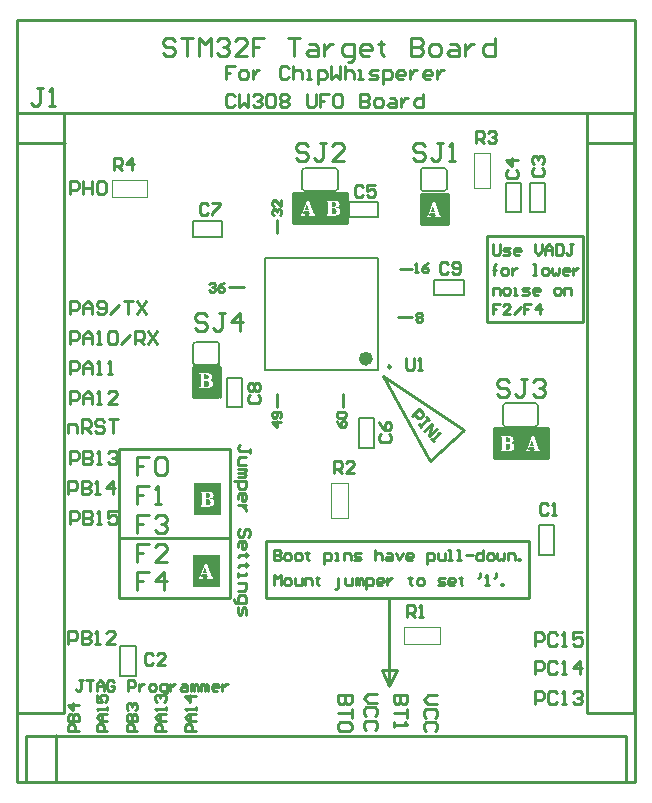
<source format=gto>
G04 Layer_Color=65535*
%FSLAX25Y25*%
%MOIN*%
G70*
G01*
G75*
%ADD17C,0.01000*%
%ADD27C,0.00984*%
%ADD28C,0.02362*%
%ADD29C,0.00787*%
%ADD30C,0.00394*%
G36*
X334500Y199000D02*
X325500D01*
Y209800D01*
X334500D01*
Y199000D01*
D02*
G37*
G36*
X443000Y217500D02*
X425500D01*
Y228300D01*
X443000D01*
Y217500D01*
D02*
G37*
G36*
X376500Y296000D02*
X359000D01*
Y306800D01*
X376500D01*
Y296000D01*
D02*
G37*
G36*
X334000Y238500D02*
X325000D01*
Y249300D01*
X334000D01*
Y238500D01*
D02*
G37*
G36*
Y175000D02*
X325000D01*
Y185800D01*
X334000D01*
Y175000D01*
D02*
G37*
G36*
X410000Y295500D02*
X401000D01*
Y306300D01*
X410000D01*
Y295500D01*
D02*
G37*
%LPC*%
G36*
X330426Y206879D02*
X327725D01*
Y206476D01*
X328294D01*
Y202321D01*
X327725D01*
Y201921D01*
X330204D01*
X330400Y201925D01*
X330581Y201936D01*
X330747Y201954D01*
X330903Y201976D01*
X331043Y202002D01*
X331173Y202032D01*
X331288Y202062D01*
X331391Y202095D01*
X331484Y202128D01*
X331561Y202158D01*
X331628Y202187D01*
X331680Y202213D01*
X331724Y202236D01*
X331754Y202254D01*
X331769Y202265D01*
X331776Y202269D01*
X331865Y202339D01*
X331943Y202417D01*
X332009Y202498D01*
X332065Y202583D01*
X332113Y202676D01*
X332153Y202765D01*
X332187Y202853D01*
X332213Y202942D01*
X332235Y203024D01*
X332250Y203101D01*
X332261Y203172D01*
X332268Y203231D01*
X332272Y203283D01*
X332276Y203320D01*
Y203334D01*
Y203345D01*
Y203349D01*
Y203353D01*
X332272Y203453D01*
X332261Y203549D01*
X332242Y203638D01*
X332220Y203719D01*
X332194Y203797D01*
X332161Y203871D01*
X332131Y203934D01*
X332098Y203997D01*
X332061Y204048D01*
X332031Y204093D01*
X332002Y204134D01*
X331972Y204167D01*
X331950Y204193D01*
X331931Y204211D01*
X331920Y204222D01*
X331917Y204226D01*
X331846Y204285D01*
X331769Y204337D01*
X331687Y204385D01*
X331606Y204426D01*
X331521Y204467D01*
X331432Y204496D01*
X331350Y204526D01*
X331269Y204548D01*
X331191Y204570D01*
X331117Y204585D01*
X331054Y204600D01*
X330999Y204611D01*
X330951Y204618D01*
X330918Y204622D01*
X330895Y204626D01*
X330888D01*
X330988Y204641D01*
X331084Y204659D01*
X331173Y204681D01*
X331254Y204703D01*
X331328Y204729D01*
X331395Y204759D01*
X331458Y204785D01*
X331513Y204814D01*
X331565Y204840D01*
X331606Y204866D01*
X331643Y204888D01*
X331672Y204911D01*
X331695Y204925D01*
X331709Y204940D01*
X331720Y204948D01*
X331724Y204951D01*
X331772Y205003D01*
X331817Y205055D01*
X331854Y205114D01*
X331887Y205170D01*
X331913Y205229D01*
X331935Y205288D01*
X331957Y205344D01*
X331972Y205399D01*
X331983Y205451D01*
X331991Y205499D01*
X331998Y205543D01*
X332002Y205580D01*
X332005Y205610D01*
Y205636D01*
Y205651D01*
Y205654D01*
X332002Y205765D01*
X331987Y205869D01*
X331968Y205969D01*
X331943Y206058D01*
X331909Y206139D01*
X331876Y206213D01*
X331839Y206283D01*
X331802Y206343D01*
X331761Y206398D01*
X331724Y206442D01*
X331691Y206483D01*
X331658Y206516D01*
X331632Y206539D01*
X331613Y206557D01*
X331598Y206568D01*
X331595Y206572D01*
X331513Y206627D01*
X331424Y206672D01*
X331332Y206716D01*
X331232Y206750D01*
X331132Y206779D01*
X331029Y206805D01*
X330929Y206823D01*
X330829Y206842D01*
X330736Y206853D01*
X330651Y206864D01*
X330574Y206868D01*
X330503Y206875D01*
X330448D01*
X330426Y206879D01*
D02*
G37*
%LPD*%
G36*
X329937Y206472D02*
X330026Y206468D01*
X330107Y206457D01*
X330181Y206446D01*
X330252Y206431D01*
X330314Y206413D01*
X330370Y206394D01*
X330422Y206380D01*
X330466Y206361D01*
X330503Y206343D01*
X330537Y206324D01*
X330562Y206309D01*
X330581Y206298D01*
X330596Y206287D01*
X330603Y206283D01*
X330607Y206280D01*
X330651Y206243D01*
X330688Y206198D01*
X330721Y206150D01*
X330747Y206102D01*
X330773Y206050D01*
X330792Y205998D01*
X330821Y205895D01*
X330833Y205847D01*
X330840Y205802D01*
X330844Y205762D01*
X330847Y205725D01*
X330851Y205695D01*
Y205673D01*
Y205658D01*
Y205654D01*
X330847Y205577D01*
X330840Y205503D01*
X330829Y205436D01*
X330814Y205373D01*
X330792Y205318D01*
X330773Y205266D01*
X330751Y205218D01*
X330729Y205177D01*
X330703Y205140D01*
X330681Y205107D01*
X330662Y205081D01*
X330644Y205059D01*
X330625Y205040D01*
X330614Y205029D01*
X330607Y205022D01*
X330603Y205018D01*
X330555Y204981D01*
X330500Y204951D01*
X330440Y204922D01*
X330381Y204900D01*
X330252Y204862D01*
X330130Y204837D01*
X330070Y204829D01*
X330018Y204822D01*
X329967Y204818D01*
X329926Y204814D01*
X329889Y204811D01*
X329449D01*
Y206476D01*
X329841D01*
X329937Y206472D01*
D02*
G37*
G36*
X329981Y204407D02*
X330074Y204400D01*
X330163Y204385D01*
X330248Y204370D01*
X330322Y204352D01*
X330392Y204330D01*
X330451Y204304D01*
X330511Y204282D01*
X330559Y204256D01*
X330599Y204230D01*
X330636Y204208D01*
X330666Y204189D01*
X330688Y204174D01*
X330707Y204159D01*
X330714Y204152D01*
X330718Y204148D01*
X330766Y204097D01*
X330810Y204037D01*
X330847Y203978D01*
X330877Y203912D01*
X330907Y203849D01*
X330929Y203782D01*
X330947Y203715D01*
X330962Y203653D01*
X330973Y203593D01*
X330980Y203534D01*
X330988Y203486D01*
X330992Y203442D01*
X330995Y203405D01*
Y203375D01*
Y203360D01*
Y203353D01*
X330992Y203257D01*
X330984Y203168D01*
X330969Y203086D01*
X330951Y203009D01*
X330932Y202939D01*
X330907Y202876D01*
X330884Y202816D01*
X330858Y202765D01*
X330833Y202720D01*
X330807Y202679D01*
X330781Y202646D01*
X330762Y202620D01*
X330744Y202598D01*
X330729Y202583D01*
X330721Y202576D01*
X330718Y202572D01*
X330662Y202528D01*
X330603Y202491D01*
X330540Y202457D01*
X330470Y202428D01*
X330403Y202402D01*
X330333Y202383D01*
X330196Y202354D01*
X330130Y202343D01*
X330070Y202335D01*
X330018Y202328D01*
X329970Y202324D01*
X329933Y202321D01*
X329449D01*
Y204411D01*
X329878D01*
X329981Y204407D01*
D02*
G37*
%LPC*%
G36*
X430426Y225379D02*
X427725D01*
Y224976D01*
X428294D01*
Y220821D01*
X427725D01*
Y220421D01*
X430203D01*
X430400Y220425D01*
X430581Y220436D01*
X430747Y220454D01*
X430903Y220477D01*
X431043Y220502D01*
X431173Y220532D01*
X431288Y220562D01*
X431391Y220595D01*
X431484Y220628D01*
X431561Y220658D01*
X431628Y220687D01*
X431680Y220713D01*
X431724Y220736D01*
X431754Y220754D01*
X431769Y220765D01*
X431776Y220769D01*
X431865Y220839D01*
X431943Y220917D01*
X432009Y220998D01*
X432065Y221083D01*
X432113Y221176D01*
X432153Y221265D01*
X432187Y221353D01*
X432213Y221442D01*
X432235Y221524D01*
X432250Y221601D01*
X432261Y221672D01*
X432268Y221731D01*
X432272Y221783D01*
X432275Y221820D01*
Y221834D01*
Y221846D01*
Y221849D01*
Y221853D01*
X432272Y221953D01*
X432261Y222049D01*
X432242Y222138D01*
X432220Y222219D01*
X432194Y222297D01*
X432161Y222371D01*
X432131Y222434D01*
X432098Y222497D01*
X432061Y222549D01*
X432031Y222593D01*
X432002Y222634D01*
X431972Y222667D01*
X431950Y222693D01*
X431931Y222711D01*
X431920Y222722D01*
X431917Y222726D01*
X431846Y222785D01*
X431769Y222837D01*
X431687Y222885D01*
X431606Y222926D01*
X431521Y222967D01*
X431432Y222996D01*
X431351Y223026D01*
X431269Y223048D01*
X431191Y223070D01*
X431117Y223085D01*
X431054Y223100D01*
X430999Y223111D01*
X430951Y223118D01*
X430918Y223122D01*
X430895Y223126D01*
X430888D01*
X430988Y223141D01*
X431084Y223159D01*
X431173Y223181D01*
X431254Y223203D01*
X431328Y223229D01*
X431395Y223259D01*
X431458Y223285D01*
X431513Y223314D01*
X431565Y223340D01*
X431606Y223366D01*
X431643Y223388D01*
X431672Y223411D01*
X431695Y223425D01*
X431709Y223440D01*
X431720Y223448D01*
X431724Y223451D01*
X431772Y223503D01*
X431817Y223555D01*
X431854Y223614D01*
X431887Y223670D01*
X431913Y223729D01*
X431935Y223788D01*
X431957Y223844D01*
X431972Y223899D01*
X431983Y223951D01*
X431991Y223999D01*
X431998Y224043D01*
X432002Y224080D01*
X432005Y224110D01*
Y224136D01*
Y224151D01*
Y224154D01*
X432002Y224265D01*
X431987Y224369D01*
X431968Y224469D01*
X431943Y224558D01*
X431909Y224639D01*
X431876Y224713D01*
X431839Y224783D01*
X431802Y224843D01*
X431761Y224898D01*
X431724Y224942D01*
X431691Y224983D01*
X431658Y225016D01*
X431632Y225039D01*
X431613Y225057D01*
X431598Y225068D01*
X431595Y225072D01*
X431513Y225127D01*
X431425Y225172D01*
X431332Y225216D01*
X431232Y225250D01*
X431132Y225279D01*
X431029Y225305D01*
X430929Y225324D01*
X430829Y225342D01*
X430736Y225353D01*
X430651Y225364D01*
X430574Y225368D01*
X430503Y225375D01*
X430448D01*
X430426Y225379D01*
D02*
G37*
G36*
X438826D02*
X438111D01*
X436432Y220821D01*
X436073D01*
Y220421D01*
X437394D01*
Y220821D01*
X436861D01*
X437238Y221834D01*
X438911D01*
X439281Y220821D01*
X438848D01*
Y220421D01*
X440935D01*
Y220821D01*
X440509D01*
X438826Y225379D01*
D02*
G37*
%LPD*%
G36*
X429982Y222907D02*
X430074Y222900D01*
X430163Y222885D01*
X430248Y222870D01*
X430322Y222852D01*
X430392Y222830D01*
X430451Y222804D01*
X430511Y222782D01*
X430559Y222756D01*
X430599Y222730D01*
X430636Y222708D01*
X430666Y222689D01*
X430688Y222674D01*
X430707Y222659D01*
X430714Y222652D01*
X430718Y222648D01*
X430766Y222597D01*
X430810Y222537D01*
X430847Y222478D01*
X430877Y222412D01*
X430906Y222349D01*
X430929Y222282D01*
X430947Y222216D01*
X430962Y222153D01*
X430973Y222093D01*
X430980Y222034D01*
X430988Y221986D01*
X430992Y221942D01*
X430995Y221905D01*
Y221875D01*
Y221860D01*
Y221853D01*
X430992Y221757D01*
X430984Y221668D01*
X430969Y221586D01*
X430951Y221509D01*
X430932Y221439D01*
X430906Y221376D01*
X430884Y221316D01*
X430858Y221265D01*
X430832Y221220D01*
X430807Y221180D01*
X430781Y221146D01*
X430762Y221120D01*
X430744Y221098D01*
X430729Y221083D01*
X430722Y221076D01*
X430718Y221072D01*
X430662Y221028D01*
X430603Y220991D01*
X430540Y220957D01*
X430470Y220928D01*
X430403Y220902D01*
X430333Y220883D01*
X430196Y220854D01*
X430129Y220843D01*
X430070Y220835D01*
X430019Y220828D01*
X429970Y220824D01*
X429933Y220821D01*
X429449D01*
Y222911D01*
X429878D01*
X429982Y222907D01*
D02*
G37*
G36*
X429937Y224972D02*
X430026Y224968D01*
X430107Y224957D01*
X430181Y224946D01*
X430252Y224931D01*
X430314Y224913D01*
X430370Y224894D01*
X430422Y224880D01*
X430466Y224861D01*
X430503Y224843D01*
X430537Y224824D01*
X430562Y224809D01*
X430581Y224798D01*
X430596Y224787D01*
X430603Y224783D01*
X430607Y224780D01*
X430651Y224743D01*
X430688Y224698D01*
X430722Y224650D01*
X430747Y224602D01*
X430773Y224550D01*
X430792Y224498D01*
X430821Y224395D01*
X430832Y224347D01*
X430840Y224302D01*
X430844Y224262D01*
X430847Y224225D01*
X430851Y224195D01*
Y224173D01*
Y224158D01*
Y224154D01*
X430847Y224077D01*
X430840Y224003D01*
X430829Y223936D01*
X430814Y223873D01*
X430792Y223818D01*
X430773Y223766D01*
X430751Y223718D01*
X430729Y223677D01*
X430703Y223640D01*
X430681Y223607D01*
X430662Y223581D01*
X430644Y223559D01*
X430625Y223540D01*
X430614Y223529D01*
X430607Y223522D01*
X430603Y223518D01*
X430555Y223481D01*
X430500Y223451D01*
X430440Y223422D01*
X430381Y223399D01*
X430252Y223362D01*
X430129Y223337D01*
X430070Y223329D01*
X430019Y223322D01*
X429967Y223318D01*
X429926Y223314D01*
X429889Y223311D01*
X429449D01*
Y224976D01*
X429841D01*
X429937Y224972D01*
D02*
G37*
G36*
X438766Y222238D02*
X437383D01*
X438078Y224132D01*
X438766Y222238D01*
D02*
G37*
%LPC*%
G36*
X372426Y303879D02*
X369724D01*
Y303476D01*
X370294D01*
Y299321D01*
X369724D01*
Y298921D01*
X372203D01*
X372400Y298925D01*
X372581Y298936D01*
X372747Y298954D01*
X372903Y298976D01*
X373043Y299002D01*
X373173Y299032D01*
X373288Y299062D01*
X373391Y299095D01*
X373484Y299128D01*
X373561Y299158D01*
X373628Y299187D01*
X373680Y299213D01*
X373724Y299236D01*
X373754Y299254D01*
X373769Y299265D01*
X373776Y299269D01*
X373865Y299339D01*
X373942Y299417D01*
X374009Y299498D01*
X374065Y299583D01*
X374113Y299676D01*
X374153Y299765D01*
X374187Y299853D01*
X374213Y299942D01*
X374235Y300024D01*
X374250Y300101D01*
X374261Y300172D01*
X374268Y300231D01*
X374272Y300283D01*
X374275Y300320D01*
Y300334D01*
Y300345D01*
Y300349D01*
Y300353D01*
X374272Y300453D01*
X374261Y300549D01*
X374242Y300638D01*
X374220Y300719D01*
X374194Y300797D01*
X374161Y300871D01*
X374131Y300934D01*
X374098Y300997D01*
X374061Y301048D01*
X374031Y301093D01*
X374002Y301134D01*
X373972Y301167D01*
X373950Y301193D01*
X373931Y301211D01*
X373920Y301222D01*
X373917Y301226D01*
X373846Y301285D01*
X373769Y301337D01*
X373687Y301385D01*
X373606Y301426D01*
X373521Y301467D01*
X373432Y301496D01*
X373351Y301526D01*
X373269Y301548D01*
X373191Y301570D01*
X373117Y301585D01*
X373055Y301600D01*
X372999Y301611D01*
X372951Y301618D01*
X372918Y301622D01*
X372895Y301626D01*
X372888D01*
X372988Y301641D01*
X373084Y301659D01*
X373173Y301681D01*
X373254Y301703D01*
X373328Y301729D01*
X373395Y301759D01*
X373458Y301785D01*
X373513Y301814D01*
X373565Y301840D01*
X373606Y301866D01*
X373643Y301888D01*
X373672Y301911D01*
X373695Y301925D01*
X373709Y301940D01*
X373721Y301948D01*
X373724Y301951D01*
X373772Y302003D01*
X373817Y302055D01*
X373854Y302114D01*
X373887Y302170D01*
X373913Y302229D01*
X373935Y302288D01*
X373957Y302344D01*
X373972Y302399D01*
X373983Y302451D01*
X373991Y302499D01*
X373998Y302543D01*
X374002Y302580D01*
X374005Y302610D01*
Y302636D01*
Y302651D01*
Y302654D01*
X374002Y302765D01*
X373987Y302869D01*
X373968Y302969D01*
X373942Y303058D01*
X373909Y303139D01*
X373876Y303213D01*
X373839Y303283D01*
X373802Y303343D01*
X373761Y303398D01*
X373724Y303442D01*
X373691Y303483D01*
X373658Y303516D01*
X373632Y303539D01*
X373613Y303557D01*
X373598Y303568D01*
X373595Y303572D01*
X373513Y303627D01*
X373425Y303672D01*
X373332Y303716D01*
X373232Y303749D01*
X373132Y303779D01*
X373029Y303805D01*
X372929Y303823D01*
X372829Y303842D01*
X372736Y303853D01*
X372651Y303864D01*
X372573Y303868D01*
X372503Y303875D01*
X372448D01*
X372426Y303879D01*
D02*
G37*
G36*
X363826D02*
X363111D01*
X361432Y299321D01*
X361073D01*
Y298921D01*
X362394D01*
Y299321D01*
X361861D01*
X362238Y300334D01*
X363911D01*
X364281Y299321D01*
X363848D01*
Y298921D01*
X365935D01*
Y299321D01*
X365509D01*
X363826Y303879D01*
D02*
G37*
%LPD*%
G36*
X371982Y301407D02*
X372074Y301400D01*
X372163Y301385D01*
X372248Y301370D01*
X372322Y301352D01*
X372392Y301330D01*
X372451Y301304D01*
X372511Y301282D01*
X372559Y301256D01*
X372599Y301230D01*
X372636Y301208D01*
X372666Y301189D01*
X372688Y301174D01*
X372707Y301160D01*
X372714Y301152D01*
X372718Y301148D01*
X372766Y301097D01*
X372810Y301037D01*
X372847Y300978D01*
X372877Y300912D01*
X372906Y300849D01*
X372929Y300782D01*
X372947Y300715D01*
X372962Y300653D01*
X372973Y300593D01*
X372980Y300534D01*
X372988Y300486D01*
X372992Y300442D01*
X372995Y300405D01*
Y300375D01*
Y300360D01*
Y300353D01*
X372992Y300257D01*
X372984Y300168D01*
X372969Y300086D01*
X372951Y300009D01*
X372932Y299939D01*
X372906Y299876D01*
X372884Y299816D01*
X372858Y299765D01*
X372832Y299720D01*
X372807Y299679D01*
X372781Y299646D01*
X372762Y299620D01*
X372744Y299598D01*
X372729Y299583D01*
X372722Y299576D01*
X372718Y299572D01*
X372662Y299528D01*
X372603Y299491D01*
X372540Y299458D01*
X372470Y299428D01*
X372403Y299402D01*
X372333Y299383D01*
X372196Y299354D01*
X372130Y299343D01*
X372070Y299335D01*
X372019Y299328D01*
X371970Y299324D01*
X371933Y299321D01*
X371449D01*
Y301411D01*
X371878D01*
X371982Y301407D01*
D02*
G37*
G36*
X371937Y303472D02*
X372026Y303468D01*
X372107Y303457D01*
X372181Y303446D01*
X372252Y303431D01*
X372315Y303413D01*
X372370Y303394D01*
X372422Y303380D01*
X372466Y303361D01*
X372503Y303343D01*
X372536Y303324D01*
X372562Y303309D01*
X372581Y303298D01*
X372596Y303287D01*
X372603Y303283D01*
X372607Y303280D01*
X372651Y303243D01*
X372688Y303198D01*
X372722Y303150D01*
X372747Y303102D01*
X372773Y303050D01*
X372792Y302998D01*
X372821Y302895D01*
X372832Y302847D01*
X372840Y302802D01*
X372844Y302762D01*
X372847Y302725D01*
X372851Y302695D01*
Y302673D01*
Y302658D01*
Y302654D01*
X372847Y302577D01*
X372840Y302503D01*
X372829Y302436D01*
X372814Y302373D01*
X372792Y302318D01*
X372773Y302266D01*
X372751Y302218D01*
X372729Y302177D01*
X372703Y302140D01*
X372681Y302107D01*
X372662Y302081D01*
X372644Y302059D01*
X372625Y302040D01*
X372614Y302029D01*
X372607Y302022D01*
X372603Y302018D01*
X372555Y301981D01*
X372499Y301951D01*
X372440Y301922D01*
X372381Y301900D01*
X372252Y301863D01*
X372130Y301837D01*
X372070Y301829D01*
X372019Y301822D01*
X371967Y301818D01*
X371926Y301814D01*
X371889Y301811D01*
X371449D01*
Y303476D01*
X371841D01*
X371937Y303472D01*
D02*
G37*
G36*
X363766Y300738D02*
X362383D01*
X363078Y302632D01*
X363766Y300738D01*
D02*
G37*
%LPC*%
G36*
X329925Y246379D02*
X327224D01*
Y245976D01*
X327794D01*
Y241821D01*
X327224D01*
Y241421D01*
X329703D01*
X329900Y241425D01*
X330081Y241436D01*
X330247Y241454D01*
X330403Y241476D01*
X330543Y241502D01*
X330673Y241532D01*
X330788Y241562D01*
X330891Y241595D01*
X330984Y241628D01*
X331061Y241658D01*
X331128Y241687D01*
X331180Y241713D01*
X331224Y241736D01*
X331254Y241754D01*
X331269Y241765D01*
X331276Y241769D01*
X331365Y241839D01*
X331442Y241917D01*
X331509Y241998D01*
X331565Y242083D01*
X331613Y242176D01*
X331653Y242265D01*
X331687Y242353D01*
X331713Y242442D01*
X331735Y242524D01*
X331750Y242601D01*
X331761Y242672D01*
X331768Y242731D01*
X331772Y242783D01*
X331775Y242820D01*
Y242834D01*
Y242846D01*
Y242849D01*
Y242853D01*
X331772Y242953D01*
X331761Y243049D01*
X331742Y243138D01*
X331720Y243219D01*
X331694Y243297D01*
X331661Y243371D01*
X331631Y243434D01*
X331598Y243497D01*
X331561Y243548D01*
X331531Y243593D01*
X331502Y243634D01*
X331472Y243667D01*
X331450Y243693D01*
X331431Y243711D01*
X331420Y243722D01*
X331417Y243726D01*
X331346Y243785D01*
X331269Y243837D01*
X331187Y243885D01*
X331106Y243926D01*
X331021Y243967D01*
X330932Y243996D01*
X330851Y244026D01*
X330769Y244048D01*
X330691Y244070D01*
X330617Y244085D01*
X330555Y244100D01*
X330499Y244111D01*
X330451Y244118D01*
X330418Y244122D01*
X330395Y244126D01*
X330388D01*
X330488Y244141D01*
X330584Y244159D01*
X330673Y244181D01*
X330754Y244203D01*
X330828Y244229D01*
X330895Y244259D01*
X330958Y244285D01*
X331013Y244314D01*
X331065Y244340D01*
X331106Y244366D01*
X331143Y244388D01*
X331172Y244411D01*
X331195Y244425D01*
X331209Y244440D01*
X331221Y244448D01*
X331224Y244451D01*
X331272Y244503D01*
X331317Y244555D01*
X331354Y244614D01*
X331387Y244670D01*
X331413Y244729D01*
X331435Y244788D01*
X331457Y244844D01*
X331472Y244899D01*
X331483Y244951D01*
X331491Y244999D01*
X331498Y245043D01*
X331502Y245080D01*
X331505Y245110D01*
Y245136D01*
Y245151D01*
Y245154D01*
X331502Y245265D01*
X331487Y245369D01*
X331468Y245469D01*
X331442Y245558D01*
X331409Y245639D01*
X331376Y245713D01*
X331339Y245783D01*
X331302Y245843D01*
X331261Y245898D01*
X331224Y245942D01*
X331191Y245983D01*
X331158Y246016D01*
X331132Y246039D01*
X331113Y246057D01*
X331098Y246068D01*
X331095Y246072D01*
X331013Y246127D01*
X330925Y246172D01*
X330832Y246216D01*
X330732Y246250D01*
X330632Y246279D01*
X330529Y246305D01*
X330429Y246323D01*
X330329Y246342D01*
X330236Y246353D01*
X330151Y246364D01*
X330073Y246368D01*
X330003Y246375D01*
X329948D01*
X329925Y246379D01*
D02*
G37*
%LPD*%
G36*
X329437Y245972D02*
X329526Y245968D01*
X329607Y245957D01*
X329681Y245946D01*
X329752Y245931D01*
X329815Y245913D01*
X329870Y245894D01*
X329922Y245880D01*
X329966Y245861D01*
X330003Y245843D01*
X330036Y245824D01*
X330062Y245809D01*
X330081Y245798D01*
X330096Y245787D01*
X330103Y245783D01*
X330107Y245780D01*
X330151Y245743D01*
X330188Y245698D01*
X330222Y245650D01*
X330247Y245602D01*
X330273Y245550D01*
X330292Y245498D01*
X330321Y245395D01*
X330332Y245347D01*
X330340Y245302D01*
X330344Y245262D01*
X330347Y245225D01*
X330351Y245195D01*
Y245173D01*
Y245158D01*
Y245154D01*
X330347Y245077D01*
X330340Y245003D01*
X330329Y244936D01*
X330314Y244873D01*
X330292Y244818D01*
X330273Y244766D01*
X330251Y244718D01*
X330229Y244677D01*
X330203Y244640D01*
X330181Y244607D01*
X330162Y244581D01*
X330144Y244559D01*
X330125Y244540D01*
X330114Y244529D01*
X330107Y244522D01*
X330103Y244518D01*
X330055Y244481D01*
X329999Y244451D01*
X329940Y244422D01*
X329881Y244399D01*
X329752Y244362D01*
X329629Y244337D01*
X329570Y244329D01*
X329519Y244322D01*
X329467Y244318D01*
X329426Y244314D01*
X329389Y244311D01*
X328949D01*
Y245976D01*
X329341D01*
X329437Y245972D01*
D02*
G37*
G36*
X329482Y243907D02*
X329574Y243900D01*
X329663Y243885D01*
X329748Y243870D01*
X329822Y243852D01*
X329892Y243830D01*
X329951Y243804D01*
X330011Y243782D01*
X330059Y243756D01*
X330099Y243730D01*
X330136Y243708D01*
X330166Y243689D01*
X330188Y243674D01*
X330207Y243659D01*
X330214Y243652D01*
X330218Y243648D01*
X330266Y243597D01*
X330310Y243537D01*
X330347Y243478D01*
X330377Y243412D01*
X330406Y243349D01*
X330429Y243282D01*
X330447Y243215D01*
X330462Y243153D01*
X330473Y243093D01*
X330481Y243034D01*
X330488Y242986D01*
X330492Y242942D01*
X330495Y242905D01*
Y242875D01*
Y242860D01*
Y242853D01*
X330492Y242757D01*
X330484Y242668D01*
X330469Y242586D01*
X330451Y242509D01*
X330432Y242439D01*
X330406Y242376D01*
X330384Y242316D01*
X330358Y242265D01*
X330332Y242220D01*
X330307Y242179D01*
X330281Y242146D01*
X330262Y242120D01*
X330244Y242098D01*
X330229Y242083D01*
X330222Y242076D01*
X330218Y242072D01*
X330162Y242028D01*
X330103Y241991D01*
X330040Y241957D01*
X329970Y241928D01*
X329903Y241902D01*
X329833Y241883D01*
X329696Y241854D01*
X329629Y241843D01*
X329570Y241835D01*
X329519Y241828D01*
X329470Y241824D01*
X329433Y241821D01*
X328949D01*
Y243911D01*
X329378D01*
X329482Y243907D01*
D02*
G37*
%LPC*%
G36*
X329826Y182879D02*
X329112D01*
X327432Y178321D01*
X327073D01*
Y177921D01*
X328394D01*
Y178321D01*
X327861D01*
X328238Y179334D01*
X329911D01*
X330281Y178321D01*
X329848D01*
Y177921D01*
X331935D01*
Y178321D01*
X331509D01*
X329826Y182879D01*
D02*
G37*
%LPD*%
G36*
X329766Y179738D02*
X328383D01*
X329078Y181632D01*
X329766Y179738D01*
D02*
G37*
%LPC*%
G36*
X405826Y303379D02*
X405112D01*
X403432Y298821D01*
X403073D01*
Y298421D01*
X404394D01*
Y298821D01*
X403861D01*
X404238Y299834D01*
X405911D01*
X406281Y298821D01*
X405848D01*
Y298421D01*
X407935D01*
Y298821D01*
X407509D01*
X405826Y303379D01*
D02*
G37*
%LPD*%
G36*
X405766Y300238D02*
X404383D01*
X405078Y302132D01*
X405766Y300238D01*
D02*
G37*
D17*
X456626Y133000D02*
Y333000D01*
Y133000D02*
X472000D01*
X456626Y333000D02*
X472000D01*
X456626Y323000D02*
X472374D01*
X269500Y110126D02*
X469500D01*
Y125500D01*
X269500D02*
X469500D01*
X269500Y110126D02*
Y125500D01*
X279500Y110126D02*
Y125874D01*
X266626Y133000D02*
Y333000D01*
Y133000D02*
X282000D01*
Y333000D01*
X266626D02*
X282000D01*
X266626Y323000D02*
X282374D01*
X472000Y133000D02*
Y333000D01*
X425500Y228000D02*
X443500D01*
Y218000D02*
Y228000D01*
X425500Y218000D02*
X443500D01*
X425500D02*
Y228000D01*
X434500Y218000D02*
Y228000D01*
X367500Y296500D02*
Y306500D01*
X358500Y296500D02*
Y306500D01*
Y296500D02*
X376500D01*
Y306500D01*
X358500D02*
X376500D01*
X401000Y296000D02*
Y306000D01*
X410000Y296000D02*
Y306000D01*
X401000D02*
X410000D01*
X401000Y296000D02*
X409500D01*
X325000Y238500D02*
X333500D01*
X325000Y248500D02*
X334000D01*
Y238500D02*
Y248500D01*
X325000Y238500D02*
Y248500D01*
X300500Y221000D02*
X337500D01*
Y171500D02*
Y221000D01*
X300500Y171500D02*
X337500D01*
X300500D02*
Y221000D01*
Y191500D02*
X337500D01*
X282000Y333000D02*
X456626D01*
X423000Y292000D02*
X455000D01*
Y263500D02*
Y292000D01*
X423000Y263500D02*
X455000D01*
X423000D02*
Y292000D01*
X349500Y190500D02*
X437000D01*
Y171500D02*
Y190500D01*
X349500Y171500D02*
X437000D01*
X349500D02*
Y190500D01*
X390000Y171000D02*
X390500D01*
Y142000D02*
Y171000D01*
X388000Y147500D02*
X393000D01*
X388000D02*
X390500Y142000D01*
X393000Y147500D01*
X388500Y245500D02*
X415500Y227500D01*
X404000Y217000D02*
X415500Y227500D01*
X388500Y245500D02*
X404000Y217000D01*
X394000Y281000D02*
X398000D01*
X353000Y293000D02*
Y297500D01*
Y235000D02*
Y239500D01*
X337000Y275000D02*
X342000D01*
X393500Y265000D02*
X398000D01*
X375000Y235000D02*
Y239500D01*
X425000Y289295D02*
Y286379D01*
X425583Y285796D01*
X426749D01*
X427333Y286379D01*
Y289295D01*
X428499Y285796D02*
X430248D01*
X430831Y286379D01*
X430248Y286962D01*
X429082D01*
X428499Y287545D01*
X429082Y288128D01*
X430831D01*
X433747Y285796D02*
X432581D01*
X431998Y286379D01*
Y287545D01*
X432581Y288128D01*
X433747D01*
X434330Y287545D01*
Y286962D01*
X431998D01*
X438996Y289295D02*
Y286962D01*
X440162Y285796D01*
X441328Y286962D01*
Y289295D01*
X442494Y285796D02*
Y288128D01*
X443661Y289295D01*
X444827Y288128D01*
Y285796D01*
Y287545D01*
X442494D01*
X445993Y289295D02*
Y285796D01*
X447743D01*
X448326Y286379D01*
Y288712D01*
X447743Y289295D01*
X445993D01*
X451825D02*
X450658D01*
X451241D01*
Y286379D01*
X450658Y285796D01*
X450075D01*
X449492Y286379D01*
X425583Y279197D02*
Y282113D01*
Y280947D01*
X425000D01*
X426166D01*
X425583D01*
Y282113D01*
X426166Y282696D01*
X428499Y279197D02*
X429665D01*
X430248Y279780D01*
Y280947D01*
X429665Y281530D01*
X428499D01*
X427916Y280947D01*
Y279780D01*
X428499Y279197D01*
X431415Y281530D02*
Y279197D01*
Y280364D01*
X431998Y280947D01*
X432581Y281530D01*
X433164D01*
X438412Y279197D02*
X439579D01*
X438996D01*
Y282696D01*
X438412D01*
X441911Y279197D02*
X443078D01*
X443661Y279780D01*
Y280947D01*
X443078Y281530D01*
X441911D01*
X441328Y280947D01*
Y279780D01*
X441911Y279197D01*
X444827Y281530D02*
Y279780D01*
X445410Y279197D01*
X445993Y279780D01*
X446576Y279197D01*
X447159Y279780D01*
Y281530D01*
X450075Y279197D02*
X448909D01*
X448326Y279780D01*
Y280947D01*
X448909Y281530D01*
X450075D01*
X450658Y280947D01*
Y280364D01*
X448326D01*
X451825Y281530D02*
Y279197D01*
Y280364D01*
X452408Y280947D01*
X452991Y281530D01*
X453574D01*
X425000Y272599D02*
Y274931D01*
X426749D01*
X427333Y274348D01*
Y272599D01*
X429082D02*
X430248D01*
X430831Y273182D01*
Y274348D01*
X430248Y274931D01*
X429082D01*
X428499Y274348D01*
Y273182D01*
X429082Y272599D01*
X431998D02*
X433164D01*
X432581D01*
Y274931D01*
X431998D01*
X434913Y272599D02*
X436663D01*
X437246Y273182D01*
X436663Y273765D01*
X435497D01*
X434913Y274348D01*
X435497Y274931D01*
X437246D01*
X440162Y272599D02*
X438996D01*
X438412Y273182D01*
Y274348D01*
X438996Y274931D01*
X440162D01*
X440745Y274348D01*
Y273765D01*
X438412D01*
X445993Y272599D02*
X447159D01*
X447743Y273182D01*
Y274348D01*
X447159Y274931D01*
X445993D01*
X445410Y274348D01*
Y273182D01*
X445993Y272599D01*
X448909D02*
Y274931D01*
X450658D01*
X451241Y274348D01*
Y272599D01*
X427333Y269499D02*
X425000D01*
Y267749D01*
X426166D01*
X425000D01*
Y266000D01*
X430831D02*
X428499D01*
X430831Y268333D01*
Y268916D01*
X430248Y269499D01*
X429082D01*
X428499Y268916D01*
X431998Y266000D02*
X434330Y268333D01*
X437829Y269499D02*
X435497D01*
Y267749D01*
X436663D01*
X435497D01*
Y266000D01*
X440745D02*
Y269499D01*
X438996Y267749D01*
X441328D01*
X310499Y218389D02*
X306500D01*
Y215390D01*
X308499D01*
X306500D01*
Y212391D01*
X312498Y217389D02*
X313498Y218389D01*
X315497D01*
X316497Y217389D01*
Y213390D01*
X315497Y212391D01*
X313498D01*
X312498Y213390D01*
Y217389D01*
X310499Y208791D02*
X306500D01*
Y205792D01*
X308499D01*
X306500D01*
Y202793D01*
X312498D02*
X314497D01*
X313498D01*
Y208791D01*
X312498Y207791D01*
X310499Y199193D02*
X306500D01*
Y196194D01*
X308499D01*
X306500D01*
Y193195D01*
X312498Y198194D02*
X313498Y199193D01*
X315497D01*
X316497Y198194D01*
Y197194D01*
X315497Y196194D01*
X314497D01*
X315497D01*
X316497Y195195D01*
Y194195D01*
X315497Y193195D01*
X313498D01*
X312498Y194195D01*
X310499Y189596D02*
X306500D01*
Y186597D01*
X308499D01*
X306500D01*
Y183598D01*
X316497D02*
X312498D01*
X316497Y187596D01*
Y188596D01*
X315497Y189596D01*
X313498D01*
X312498Y188596D01*
X310499Y179998D02*
X306500D01*
Y176999D01*
X308499D01*
X306500D01*
Y174000D01*
X315497D02*
Y179998D01*
X312498Y176999D01*
X316497D01*
X338999Y348796D02*
X336000D01*
Y346547D01*
X337499D01*
X336000D01*
Y344298D01*
X341248D02*
X342748D01*
X343498Y345047D01*
Y346547D01*
X342748Y347297D01*
X341248D01*
X340498Y346547D01*
Y345047D01*
X341248Y344298D01*
X344997Y347297D02*
Y344298D01*
Y345797D01*
X345747Y346547D01*
X346497Y347297D01*
X347246D01*
X356993Y348047D02*
X356243Y348796D01*
X354744D01*
X353994Y348047D01*
Y345047D01*
X354744Y344298D01*
X356243D01*
X356993Y345047D01*
X358493Y348796D02*
Y344298D01*
Y346547D01*
X359243Y347297D01*
X360742D01*
X361492Y346547D01*
Y344298D01*
X362991D02*
X364491D01*
X363741D01*
Y347297D01*
X362991D01*
X366740Y342798D02*
Y347297D01*
X368989D01*
X369739Y346547D01*
Y345047D01*
X368989Y344298D01*
X366740D01*
X371239Y348796D02*
Y344298D01*
X372738Y345797D01*
X374238Y344298D01*
Y348796D01*
X375737D02*
Y344298D01*
Y346547D01*
X376487Y347297D01*
X377987D01*
X378736Y346547D01*
Y344298D01*
X380236D02*
X381735D01*
X380985D01*
Y347297D01*
X380236D01*
X383984Y344298D02*
X386234D01*
X386984Y345047D01*
X386234Y345797D01*
X384734D01*
X383984Y346547D01*
X384734Y347297D01*
X386984D01*
X388483Y342798D02*
Y347297D01*
X390732D01*
X391482Y346547D01*
Y345047D01*
X390732Y344298D01*
X388483D01*
X395231D02*
X393731D01*
X392982Y345047D01*
Y346547D01*
X393731Y347297D01*
X395231D01*
X395981Y346547D01*
Y345797D01*
X392982D01*
X397480Y347297D02*
Y344298D01*
Y345797D01*
X398230Y346547D01*
X398980Y347297D01*
X399729D01*
X404228Y344298D02*
X402729D01*
X401979Y345047D01*
Y346547D01*
X402729Y347297D01*
X404228D01*
X404978Y346547D01*
Y345797D01*
X401979D01*
X406477Y347297D02*
Y344298D01*
Y345797D01*
X407227Y346547D01*
X407977Y347297D01*
X408727D01*
X338999Y338749D02*
X338249Y339498D01*
X336750D01*
X336000Y338749D01*
Y335750D01*
X336750Y335000D01*
X338249D01*
X338999Y335750D01*
X340498Y339498D02*
Y335000D01*
X341998Y336500D01*
X343498Y335000D01*
Y339498D01*
X344997Y338749D02*
X345747Y339498D01*
X347246D01*
X347996Y338749D01*
Y337999D01*
X347246Y337249D01*
X346497D01*
X347246D01*
X347996Y336500D01*
Y335750D01*
X347246Y335000D01*
X345747D01*
X344997Y335750D01*
X349496Y338749D02*
X350245Y339498D01*
X351745D01*
X352495Y338749D01*
Y335750D01*
X351745Y335000D01*
X350245D01*
X349496Y335750D01*
Y338749D01*
X353994D02*
X354744Y339498D01*
X356243D01*
X356993Y338749D01*
Y337999D01*
X356243Y337249D01*
X356993Y336500D01*
Y335750D01*
X356243Y335000D01*
X354744D01*
X353994Y335750D01*
Y336500D01*
X354744Y337249D01*
X353994Y337999D01*
Y338749D01*
X354744Y337249D02*
X356243D01*
X362991Y339498D02*
Y335750D01*
X363741Y335000D01*
X365241D01*
X365990Y335750D01*
Y339498D01*
X370489D02*
X367490D01*
Y337249D01*
X368989D01*
X367490D01*
Y335000D01*
X374238Y339498D02*
X372738D01*
X371988Y338749D01*
Y335750D01*
X372738Y335000D01*
X374238D01*
X374987Y335750D01*
Y338749D01*
X374238Y339498D01*
X380985D02*
Y335000D01*
X383235D01*
X383984Y335750D01*
Y336500D01*
X383235Y337249D01*
X380985D01*
X383235D01*
X383984Y337999D01*
Y338749D01*
X383235Y339498D01*
X380985D01*
X386234Y335000D02*
X387733D01*
X388483Y335750D01*
Y337249D01*
X387733Y337999D01*
X386234D01*
X385484Y337249D01*
Y335750D01*
X386234Y335000D01*
X390732Y337999D02*
X392232D01*
X392982Y337249D01*
Y335000D01*
X390732D01*
X389983Y335750D01*
X390732Y336500D01*
X392982D01*
X394481Y337999D02*
Y335000D01*
Y336500D01*
X395231Y337249D01*
X395981Y337999D01*
X396730D01*
X401979Y339498D02*
Y335000D01*
X399729D01*
X398980Y335750D01*
Y337249D01*
X399729Y337999D01*
X401979D01*
X352000Y187513D02*
Y184014D01*
X353749D01*
X354333Y184598D01*
Y185181D01*
X353749Y185764D01*
X352000D01*
X353749D01*
X354333Y186347D01*
Y186930D01*
X353749Y187513D01*
X352000D01*
X356082Y184014D02*
X357248D01*
X357831Y184598D01*
Y185764D01*
X357248Y186347D01*
X356082D01*
X355499Y185764D01*
Y184598D01*
X356082Y184014D01*
X359581D02*
X360747D01*
X361330Y184598D01*
Y185764D01*
X360747Y186347D01*
X359581D01*
X358998Y185764D01*
Y184598D01*
X359581Y184014D01*
X363080Y186930D02*
Y186347D01*
X362497D01*
X363663D01*
X363080D01*
Y184598D01*
X363663Y184014D01*
X368911Y182848D02*
Y186347D01*
X370661D01*
X371244Y185764D01*
Y184598D01*
X370661Y184014D01*
X368911D01*
X372410D02*
X373576D01*
X372993D01*
Y186347D01*
X372410D01*
X375326Y184014D02*
Y186347D01*
X377075D01*
X377658Y185764D01*
Y184014D01*
X378825D02*
X380574D01*
X381157Y184598D01*
X380574Y185181D01*
X379408D01*
X378825Y185764D01*
X379408Y186347D01*
X381157D01*
X385822Y187513D02*
Y184014D01*
Y185764D01*
X386405Y186347D01*
X387572D01*
X388155Y185764D01*
Y184014D01*
X389904Y186347D02*
X391071D01*
X391654Y185764D01*
Y184014D01*
X389904D01*
X389321Y184598D01*
X389904Y185181D01*
X391654D01*
X392820Y186347D02*
X393986Y184014D01*
X395153Y186347D01*
X398068Y184014D02*
X396902D01*
X396319Y184598D01*
Y185764D01*
X396902Y186347D01*
X398068D01*
X398652Y185764D01*
Y185181D01*
X396319D01*
X403317Y182848D02*
Y186347D01*
X405066D01*
X405649Y185764D01*
Y184598D01*
X405066Y184014D01*
X403317D01*
X406816Y186347D02*
Y184598D01*
X407399Y184014D01*
X409148D01*
Y186347D01*
X410315Y184014D02*
X411481D01*
X410898D01*
Y187513D01*
X410315D01*
X413230Y184014D02*
X414396D01*
X413813D01*
Y187513D01*
X413230D01*
X416146Y185764D02*
X418478D01*
X421977Y187513D02*
Y184014D01*
X420228D01*
X419645Y184598D01*
Y185764D01*
X420228Y186347D01*
X421977D01*
X423727Y184014D02*
X424893D01*
X425476Y184598D01*
Y185764D01*
X424893Y186347D01*
X423727D01*
X423144Y185764D01*
Y184598D01*
X423727Y184014D01*
X426643Y186347D02*
Y184598D01*
X427226Y184014D01*
X427809Y184598D01*
X428392Y184014D01*
X428975Y184598D01*
Y186347D01*
X430141Y184014D02*
Y186347D01*
X431891D01*
X432474Y185764D01*
Y184014D01*
X433640D02*
Y184598D01*
X434223D01*
Y184014D01*
X433640D01*
X352000Y175666D02*
Y179165D01*
X353166Y177999D01*
X354333Y179165D01*
Y175666D01*
X356082D02*
X357248D01*
X357831Y176249D01*
Y177416D01*
X357248Y177999D01*
X356082D01*
X355499Y177416D01*
Y176249D01*
X356082Y175666D01*
X358998Y177999D02*
Y176249D01*
X359581Y175666D01*
X361330D01*
Y177999D01*
X362497Y175666D02*
Y177999D01*
X364246D01*
X364829Y177416D01*
Y175666D01*
X366579Y178582D02*
Y177999D01*
X365996D01*
X367162D01*
X366579D01*
Y176249D01*
X367162Y175666D01*
X372410Y174500D02*
X372993D01*
X373576Y175083D01*
Y177999D01*
X375909D02*
Y176249D01*
X376492Y175666D01*
X378241D01*
Y177999D01*
X379408Y175666D02*
Y177999D01*
X379991D01*
X380574Y177416D01*
Y175666D01*
Y177416D01*
X381157Y177999D01*
X381740Y177416D01*
Y175666D01*
X382907Y174500D02*
Y177999D01*
X384656D01*
X385239Y177416D01*
Y176249D01*
X384656Y175666D01*
X382907D01*
X388155D02*
X386989D01*
X386405Y176249D01*
Y177416D01*
X386989Y177999D01*
X388155D01*
X388738Y177416D01*
Y176833D01*
X386405D01*
X389904Y177999D02*
Y175666D01*
Y176833D01*
X390488Y177416D01*
X391071Y177999D01*
X391654D01*
X397485Y178582D02*
Y177999D01*
X396902D01*
X398068D01*
X397485D01*
Y176249D01*
X398068Y175666D01*
X400401D02*
X401567D01*
X402150Y176249D01*
Y177416D01*
X401567Y177999D01*
X400401D01*
X399818Y177416D01*
Y176249D01*
X400401Y175666D01*
X406816D02*
X408565D01*
X409148Y176249D01*
X408565Y176833D01*
X407399D01*
X406816Y177416D01*
X407399Y177999D01*
X409148D01*
X412064Y175666D02*
X410898D01*
X410315Y176249D01*
Y177416D01*
X410898Y177999D01*
X412064D01*
X412647Y177416D01*
Y176833D01*
X410315D01*
X414396Y178582D02*
Y177999D01*
X413813D01*
X414980D01*
X414396D01*
Y176249D01*
X414980Y175666D01*
X420811Y179748D02*
Y178582D01*
X420228Y177999D01*
X422561Y175666D02*
X423727D01*
X423144D01*
Y179165D01*
X422561Y178582D01*
X426059Y179748D02*
Y178582D01*
X425476Y177999D01*
X427809Y175666D02*
Y176249D01*
X428392D01*
Y175666D01*
X427809D01*
X443566Y202532D02*
X442899Y203199D01*
X441566D01*
X440900Y202532D01*
Y199866D01*
X441566Y199200D01*
X442899D01*
X443566Y199866D01*
X444899Y199200D02*
X446232D01*
X445565D01*
Y203199D01*
X444899Y202532D01*
X311666Y152332D02*
X310999Y152999D01*
X309666D01*
X309000Y152332D01*
Y149667D01*
X309666Y149000D01*
X310999D01*
X311666Y149667D01*
X315665Y149000D02*
X312999D01*
X315665Y151666D01*
Y152332D01*
X314998Y152999D01*
X313665D01*
X312999Y152332D01*
X438668Y314666D02*
X438001Y313999D01*
Y312666D01*
X438668Y312000D01*
X441334D01*
X442000Y312666D01*
Y313999D01*
X441334Y314666D01*
X438668Y315999D02*
X438001Y316665D01*
Y317998D01*
X438668Y318665D01*
X439334D01*
X440001Y317998D01*
Y317332D01*
Y317998D01*
X440667Y318665D01*
X441334D01*
X442000Y317998D01*
Y316665D01*
X441334Y315999D01*
X430168Y314166D02*
X429501Y313499D01*
Y312166D01*
X430168Y311500D01*
X432834D01*
X433500Y312166D01*
Y313499D01*
X432834Y314166D01*
X433500Y317498D02*
X429501D01*
X431501Y315499D01*
Y318164D01*
X381666Y308332D02*
X380999Y308999D01*
X379666D01*
X379000Y308332D01*
Y305666D01*
X379666Y305000D01*
X380999D01*
X381666Y305666D01*
X385665Y308999D02*
X382999D01*
Y306999D01*
X384332Y307666D01*
X384998D01*
X385665Y306999D01*
Y305666D01*
X384998Y305000D01*
X383665D01*
X382999Y305666D01*
X387668Y226166D02*
X387001Y225499D01*
Y224166D01*
X387668Y223500D01*
X390334D01*
X391000Y224166D01*
Y225499D01*
X390334Y226166D01*
X387001Y230165D02*
X387668Y228832D01*
X389001Y227499D01*
X390334D01*
X391000Y228165D01*
Y229498D01*
X390334Y230165D01*
X389667D01*
X389001Y229498D01*
Y227499D01*
X330166Y302332D02*
X329499Y302999D01*
X328166D01*
X327500Y302332D01*
Y299666D01*
X328166Y299000D01*
X329499D01*
X330166Y299666D01*
X331499Y302999D02*
X334165D01*
Y302332D01*
X331499Y299666D01*
Y299000D01*
X344168Y239166D02*
X343501Y238499D01*
Y237166D01*
X344168Y236500D01*
X346834D01*
X347500Y237166D01*
Y238499D01*
X346834Y239166D01*
X344168Y240499D02*
X343501Y241165D01*
Y242498D01*
X344168Y243164D01*
X344834D01*
X345501Y242498D01*
X346167Y243164D01*
X346834D01*
X347500Y242498D01*
Y241165D01*
X346834Y240499D01*
X346167D01*
X345501Y241165D01*
X344834Y240499D01*
X344168D01*
X345501Y241165D02*
Y242498D01*
X410166Y282832D02*
X409499Y283499D01*
X408166D01*
X407500Y282832D01*
Y280166D01*
X408166Y279500D01*
X409499D01*
X410166Y280166D01*
X411499D02*
X412165Y279500D01*
X413498D01*
X414164Y280166D01*
Y282832D01*
X413498Y283499D01*
X412165D01*
X411499Y282832D01*
Y282166D01*
X412165Y281499D01*
X414164D01*
X274999Y341498D02*
X272999D01*
X273999D01*
Y336500D01*
X272999Y335500D01*
X272000D01*
X271000Y336500D01*
X276998Y335500D02*
X278997D01*
X277998D01*
Y341498D01*
X276998Y340498D01*
X396400Y165000D02*
Y168999D01*
X398399D01*
X399066Y168332D01*
Y166999D01*
X398399Y166333D01*
X396400D01*
X397733D02*
X399066Y165000D01*
X400399D02*
X401732D01*
X401065D01*
Y168999D01*
X400399Y168332D01*
X372000Y213100D02*
Y217099D01*
X373999D01*
X374666Y216432D01*
Y215099D01*
X373999Y214433D01*
X372000D01*
X373333D02*
X374666Y213100D01*
X378664D02*
X375999D01*
X378664Y215766D01*
Y216432D01*
X377998Y217099D01*
X376665D01*
X375999Y216432D01*
X419500Y323100D02*
Y327099D01*
X421499D01*
X422166Y326432D01*
Y325099D01*
X421499Y324433D01*
X419500D01*
X420833D02*
X422166Y323100D01*
X423499Y326432D02*
X424165Y327099D01*
X425498D01*
X426164Y326432D01*
Y325766D01*
X425498Y325099D01*
X424832D01*
X425498D01*
X426164Y324433D01*
Y323766D01*
X425498Y323100D01*
X424165D01*
X423499Y323766D01*
X298900Y314000D02*
Y317999D01*
X300899D01*
X301566Y317332D01*
Y315999D01*
X300899Y315333D01*
X298900D01*
X300233D02*
X301566Y314000D01*
X304898D02*
Y317999D01*
X302899Y315999D01*
X305564D01*
X402499Y321998D02*
X401499Y322998D01*
X399500D01*
X398500Y321998D01*
Y320999D01*
X399500Y319999D01*
X401499D01*
X402499Y318999D01*
Y318000D01*
X401499Y317000D01*
X399500D01*
X398500Y318000D01*
X408497Y322998D02*
X406497D01*
X407497D01*
Y318000D01*
X406497Y317000D01*
X405498D01*
X404498Y318000D01*
X410496Y317000D02*
X412496D01*
X411496D01*
Y322998D01*
X410496Y321998D01*
X363499D02*
X362499Y322998D01*
X360500D01*
X359500Y321998D01*
Y320999D01*
X360500Y319999D01*
X362499D01*
X363499Y318999D01*
Y318000D01*
X362499Y317000D01*
X360500D01*
X359500Y318000D01*
X369497Y322998D02*
X367497D01*
X368497D01*
Y318000D01*
X367497Y317000D01*
X366498D01*
X365498Y318000D01*
X375495Y317000D02*
X371496D01*
X375495Y320999D01*
Y321998D01*
X374495Y322998D01*
X372496D01*
X371496Y321998D01*
X430499Y243498D02*
X429499Y244498D01*
X427500D01*
X426500Y243498D01*
Y242499D01*
X427500Y241499D01*
X429499D01*
X430499Y240499D01*
Y239500D01*
X429499Y238500D01*
X427500D01*
X426500Y239500D01*
X436497Y244498D02*
X434497D01*
X435497D01*
Y239500D01*
X434497Y238500D01*
X433498D01*
X432498Y239500D01*
X438496Y243498D02*
X439496Y244498D01*
X441495D01*
X442495Y243498D01*
Y242499D01*
X441495Y241499D01*
X440495D01*
X441495D01*
X442495Y240499D01*
Y239500D01*
X441495Y238500D01*
X439496D01*
X438496Y239500D01*
X396000Y251499D02*
Y248166D01*
X396666Y247500D01*
X397999D01*
X398666Y248166D01*
Y251499D01*
X399999Y247500D02*
X401332D01*
X400665D01*
Y251499D01*
X399999Y250832D01*
X329749Y265348D02*
X328749Y266348D01*
X326750D01*
X325750Y265348D01*
Y264349D01*
X326750Y263349D01*
X328749D01*
X329749Y262349D01*
Y261350D01*
X328749Y260350D01*
X326750D01*
X325750Y261350D01*
X335747Y266348D02*
X333747D01*
X334747D01*
Y261350D01*
X333747Y260350D01*
X332748D01*
X331748Y261350D01*
X340745Y260350D02*
Y266348D01*
X337746Y263349D01*
X341745D01*
X343999Y219834D02*
Y221167D01*
Y220501D01*
X340666D01*
X340000Y221167D01*
Y221834D01*
X340666Y222500D01*
X342666Y218501D02*
X340666D01*
X340000Y217835D01*
Y215835D01*
X342666D01*
X340000Y214503D02*
X342666D01*
Y213836D01*
X341999Y213170D01*
X340000D01*
X341999D01*
X342666Y212503D01*
X341999Y211837D01*
X340000D01*
X338667Y210504D02*
X342666D01*
Y208505D01*
X341999Y207838D01*
X340666D01*
X340000Y208505D01*
Y210504D01*
Y204506D02*
Y205839D01*
X340666Y206505D01*
X341999D01*
X342666Y205839D01*
Y204506D01*
X341999Y203839D01*
X341333D01*
Y206505D01*
X342666Y202506D02*
X340000D01*
X341333D01*
X341999Y201840D01*
X342666Y201174D01*
Y200507D01*
X343332Y191843D02*
X343999Y192510D01*
Y193843D01*
X343332Y194509D01*
X342666D01*
X341999Y193843D01*
Y192510D01*
X341333Y191843D01*
X340666D01*
X340000Y192510D01*
Y193843D01*
X340666Y194509D01*
X340000Y188511D02*
Y189844D01*
X340666Y190510D01*
X341999D01*
X342666Y189844D01*
Y188511D01*
X341999Y187845D01*
X341333D01*
Y190510D01*
X343332Y185845D02*
X342666D01*
Y186512D01*
Y185179D01*
Y185845D01*
X340666D01*
X340000Y185179D01*
X343332Y182513D02*
X342666D01*
Y183179D01*
Y181846D01*
Y182513D01*
X340666D01*
X340000Y181846D01*
Y179847D02*
Y178514D01*
Y179181D01*
X342666D01*
Y179847D01*
X340000Y176515D02*
X342666D01*
Y174515D01*
X341999Y173849D01*
X340000D01*
X338667Y171183D02*
Y170517D01*
X339334Y169850D01*
X342666D01*
Y171850D01*
X341999Y172516D01*
X340666D01*
X340000Y171850D01*
Y169850D01*
Y168517D02*
Y166518D01*
X340666Y165852D01*
X341333Y166518D01*
Y167851D01*
X341999Y168517D01*
X342666Y167851D01*
Y165852D01*
X318999Y356998D02*
X317999Y357998D01*
X316000D01*
X315000Y356998D01*
Y355999D01*
X316000Y354999D01*
X317999D01*
X318999Y353999D01*
Y353000D01*
X317999Y352000D01*
X316000D01*
X315000Y353000D01*
X320998Y357998D02*
X324997D01*
X322997D01*
Y352000D01*
X326996D02*
Y357998D01*
X328995Y355999D01*
X330995Y357998D01*
Y352000D01*
X332994Y356998D02*
X333994Y357998D01*
X335993D01*
X336993Y356998D01*
Y355999D01*
X335993Y354999D01*
X334994D01*
X335993D01*
X336993Y353999D01*
Y353000D01*
X335993Y352000D01*
X333994D01*
X332994Y353000D01*
X342991Y352000D02*
X338992D01*
X342991Y355999D01*
Y356998D01*
X341991Y357998D01*
X339992D01*
X338992Y356998D01*
X348989Y357998D02*
X344990D01*
Y354999D01*
X346990D01*
X344990D01*
Y352000D01*
X356986Y357998D02*
X360985D01*
X358986D01*
Y352000D01*
X363984Y355999D02*
X365984D01*
X366983Y354999D01*
Y352000D01*
X363984D01*
X362984Y353000D01*
X363984Y353999D01*
X366983D01*
X368983Y355999D02*
Y352000D01*
Y353999D01*
X369982Y354999D01*
X370982Y355999D01*
X371982D01*
X376980Y350001D02*
X377980D01*
X378979Y351000D01*
Y355999D01*
X375980D01*
X374981Y354999D01*
Y353000D01*
X375980Y352000D01*
X378979D01*
X383978D02*
X381978D01*
X380979Y353000D01*
Y354999D01*
X381978Y355999D01*
X383978D01*
X384977Y354999D01*
Y353999D01*
X380979D01*
X387976Y356998D02*
Y355999D01*
X386977D01*
X388976D01*
X387976D01*
Y353000D01*
X388976Y352000D01*
X397973Y357998D02*
Y352000D01*
X400972D01*
X401972Y353000D01*
Y353999D01*
X400972Y354999D01*
X397973D01*
X400972D01*
X401972Y355999D01*
Y356998D01*
X400972Y357998D01*
X397973D01*
X404971Y352000D02*
X406970D01*
X407970Y353000D01*
Y354999D01*
X406970Y355999D01*
X404971D01*
X403971Y354999D01*
Y353000D01*
X404971Y352000D01*
X410969Y355999D02*
X412968D01*
X413968Y354999D01*
Y352000D01*
X410969D01*
X409969Y353000D01*
X410969Y353999D01*
X413968D01*
X415967Y355999D02*
Y352000D01*
Y353999D01*
X416967Y354999D01*
X417967Y355999D01*
X418966D01*
X425964Y357998D02*
Y352000D01*
X422965D01*
X421965Y353000D01*
Y354999D01*
X422965Y355999D01*
X425964D01*
X284000Y266000D02*
Y270498D01*
X286249D01*
X286999Y269749D01*
Y268249D01*
X286249Y267499D01*
X284000D01*
X288498Y266000D02*
Y268999D01*
X289998Y270498D01*
X291498Y268999D01*
Y266000D01*
Y268249D01*
X288498D01*
X292997Y266750D02*
X293747Y266000D01*
X295246D01*
X295996Y266750D01*
Y269749D01*
X295246Y270498D01*
X293747D01*
X292997Y269749D01*
Y268999D01*
X293747Y268249D01*
X295996D01*
X297496Y266000D02*
X300495Y268999D01*
X301994Y270498D02*
X304993D01*
X303494D01*
Y266000D01*
X306493Y270498D02*
X309492Y266000D01*
Y270498D02*
X306493Y266000D01*
X284000Y256000D02*
Y260498D01*
X286249D01*
X286999Y259749D01*
Y258249D01*
X286249Y257500D01*
X284000D01*
X288498Y256000D02*
Y258999D01*
X289998Y260498D01*
X291498Y258999D01*
Y256000D01*
Y258249D01*
X288498D01*
X292997Y256000D02*
X294497D01*
X293747D01*
Y260498D01*
X292997Y259749D01*
X296746D02*
X297496Y260498D01*
X298995D01*
X299745Y259749D01*
Y256750D01*
X298995Y256000D01*
X297496D01*
X296746Y256750D01*
Y259749D01*
X301244Y256000D02*
X304243Y258999D01*
X305743Y256000D02*
Y260498D01*
X307992D01*
X308742Y259749D01*
Y258249D01*
X307992Y257500D01*
X305743D01*
X307242D02*
X308742Y256000D01*
X310242Y260498D02*
X313241Y256000D01*
Y260498D02*
X310242Y256000D01*
X284000Y246000D02*
Y250499D01*
X286249D01*
X286999Y249749D01*
Y248249D01*
X286249Y247499D01*
X284000D01*
X288498Y246000D02*
Y248999D01*
X289998Y250499D01*
X291498Y248999D01*
Y246000D01*
Y248249D01*
X288498D01*
X292997Y246000D02*
X294497D01*
X293747D01*
Y250499D01*
X292997Y249749D01*
X296746Y246000D02*
X298245D01*
X297496D01*
Y250499D01*
X296746Y249749D01*
X284000Y236000D02*
Y240498D01*
X286249D01*
X286999Y239749D01*
Y238249D01*
X286249Y237499D01*
X284000D01*
X288498Y236000D02*
Y238999D01*
X289998Y240498D01*
X291498Y238999D01*
Y236000D01*
Y238249D01*
X288498D01*
X292997Y236000D02*
X294497D01*
X293747D01*
Y240498D01*
X292997Y239749D01*
X299745Y236000D02*
X296746D01*
X299745Y238999D01*
Y239749D01*
X298995Y240498D01*
X297496D01*
X296746Y239749D01*
X283500Y226500D02*
Y229499D01*
X285749D01*
X286499Y228749D01*
Y226500D01*
X287999D02*
Y230998D01*
X290248D01*
X290998Y230249D01*
Y228749D01*
X290248Y227999D01*
X287999D01*
X289498D02*
X290998Y226500D01*
X295496Y230249D02*
X294746Y230998D01*
X293247D01*
X292497Y230249D01*
Y229499D01*
X293247Y228749D01*
X294746D01*
X295496Y227999D01*
Y227250D01*
X294746Y226500D01*
X293247D01*
X292497Y227250D01*
X296996Y230998D02*
X299995D01*
X298495D01*
Y226500D01*
X439000Y155500D02*
Y159999D01*
X441249D01*
X441999Y159249D01*
Y157749D01*
X441249Y157000D01*
X439000D01*
X446498Y159249D02*
X445748Y159999D01*
X444248D01*
X443499Y159249D01*
Y156250D01*
X444248Y155500D01*
X445748D01*
X446498Y156250D01*
X447997Y155500D02*
X449497D01*
X448747D01*
Y159999D01*
X447997Y159249D01*
X454745Y159999D02*
X451746D01*
Y157749D01*
X453245Y158499D01*
X453995D01*
X454745Y157749D01*
Y156250D01*
X453995Y155500D01*
X452496D01*
X451746Y156250D01*
X439000Y146000D02*
Y150499D01*
X441249D01*
X441999Y149749D01*
Y148249D01*
X441249Y147500D01*
X439000D01*
X446498Y149749D02*
X445748Y150499D01*
X444248D01*
X443499Y149749D01*
Y146750D01*
X444248Y146000D01*
X445748D01*
X446498Y146750D01*
X447997Y146000D02*
X449497D01*
X448747D01*
Y150499D01*
X447997Y149749D01*
X453995Y146000D02*
Y150499D01*
X451746Y148249D01*
X454745D01*
X439000Y136000D02*
Y140499D01*
X441249D01*
X441999Y139749D01*
Y138249D01*
X441249Y137499D01*
X439000D01*
X446498Y139749D02*
X445748Y140499D01*
X444248D01*
X443499Y139749D01*
Y136750D01*
X444248Y136000D01*
X445748D01*
X446498Y136750D01*
X447997Y136000D02*
X449497D01*
X448747D01*
Y140499D01*
X447997Y139749D01*
X451746D02*
X452496Y140499D01*
X453995D01*
X454745Y139749D01*
Y138999D01*
X453995Y138249D01*
X453245D01*
X453995D01*
X454745Y137499D01*
Y136750D01*
X453995Y136000D01*
X452496D01*
X451746Y136750D01*
X396498Y139000D02*
X392000D01*
Y136751D01*
X392750Y136001D01*
X393499D01*
X394249Y136751D01*
Y139000D01*
Y136751D01*
X394999Y136001D01*
X395749D01*
X396498Y136751D01*
Y139000D01*
Y134501D02*
Y131502D01*
Y133002D01*
X392000D01*
Y130003D02*
Y128503D01*
Y129253D01*
X396498D01*
X395749Y130003D01*
X377998Y139000D02*
X373500D01*
Y136751D01*
X374250Y136001D01*
X374999D01*
X375749Y136751D01*
Y139000D01*
Y136751D01*
X376499Y136001D01*
X377249D01*
X377998Y136751D01*
Y139000D01*
Y134501D02*
Y131502D01*
Y133002D01*
X373500D01*
X377249Y130003D02*
X377998Y129253D01*
Y127754D01*
X377249Y127004D01*
X374250D01*
X373500Y127754D01*
Y129253D01*
X374250Y130003D01*
X377249D01*
X386498Y139500D02*
X383500D01*
X382000Y138001D01*
X383500Y136501D01*
X386498D01*
X385749Y132002D02*
X386498Y132752D01*
Y134252D01*
X385749Y135001D01*
X382750D01*
X382000Y134252D01*
Y132752D01*
X382750Y132002D01*
X385749Y127504D02*
X386498Y128254D01*
Y129753D01*
X385749Y130503D01*
X382750D01*
X382000Y129753D01*
Y128254D01*
X382750Y127504D01*
X406498Y139000D02*
X403500D01*
X402000Y137501D01*
X403500Y136001D01*
X406498D01*
X405749Y131502D02*
X406498Y132252D01*
Y133752D01*
X405749Y134501D01*
X402750D01*
X402000Y133752D01*
Y132252D01*
X402750Y131502D01*
X405749Y127004D02*
X406498Y127754D01*
Y129253D01*
X405749Y130003D01*
X402750D01*
X402000Y129253D01*
Y127754D01*
X402750Y127004D01*
X284000Y306000D02*
Y310498D01*
X286249D01*
X286999Y309749D01*
Y308249D01*
X286249Y307500D01*
X284000D01*
X288498Y310498D02*
Y306000D01*
Y308249D01*
X291498D01*
Y310498D01*
Y306000D01*
X292997Y309749D02*
X293747Y310498D01*
X295246D01*
X295996Y309749D01*
Y306750D01*
X295246Y306000D01*
X293747D01*
X292997Y306750D01*
Y309749D01*
X288333Y143999D02*
X287166D01*
X287749D01*
Y141083D01*
X287166Y140500D01*
X286583D01*
X286000Y141083D01*
X289499Y143999D02*
X291831D01*
X290665D01*
Y140500D01*
X292998D02*
Y142833D01*
X294164Y143999D01*
X295330Y142833D01*
Y140500D01*
Y142249D01*
X292998D01*
X298829Y143416D02*
X298246Y143999D01*
X297080D01*
X296497Y143416D01*
Y141083D01*
X297080Y140500D01*
X298246D01*
X298829Y141083D01*
Y142249D01*
X297663D01*
X303494Y140500D02*
Y143999D01*
X305244D01*
X305827Y143416D01*
Y142249D01*
X305244Y141666D01*
X303494D01*
X306993Y142833D02*
Y140500D01*
Y141666D01*
X307576Y142249D01*
X308159Y142833D01*
X308743D01*
X311075Y140500D02*
X312242D01*
X312825Y141083D01*
Y142249D01*
X312242Y142833D01*
X311075D01*
X310492Y142249D01*
Y141083D01*
X311075Y140500D01*
X315157Y139334D02*
X315740D01*
X316323Y139917D01*
Y142833D01*
X314574D01*
X313991Y142249D01*
Y141083D01*
X314574Y140500D01*
X316323D01*
X317490Y142833D02*
Y140500D01*
Y141666D01*
X318073Y142249D01*
X318656Y142833D01*
X319239D01*
X321572D02*
X322738D01*
X323321Y142249D01*
Y140500D01*
X321572D01*
X320989Y141083D01*
X321572Y141666D01*
X323321D01*
X324488Y140500D02*
Y142833D01*
X325071D01*
X325654Y142249D01*
Y140500D01*
Y142249D01*
X326237Y142833D01*
X326820Y142249D01*
Y140500D01*
X327986D02*
Y142833D01*
X328570D01*
X329153Y142249D01*
Y140500D01*
Y142249D01*
X329736Y142833D01*
X330319Y142249D01*
Y140500D01*
X333235D02*
X332068D01*
X331485Y141083D01*
Y142249D01*
X332068Y142833D01*
X333235D01*
X333818Y142249D01*
Y141666D01*
X331485D01*
X334984Y142833D02*
Y140500D01*
Y141666D01*
X335567Y142249D01*
X336151Y142833D01*
X336734D01*
X287000Y127000D02*
X283501D01*
Y128749D01*
X284084Y129333D01*
X285251D01*
X285834Y128749D01*
Y127000D01*
X283501Y130499D02*
X287000D01*
Y132248D01*
X286417Y132831D01*
X285834D01*
X285251Y132248D01*
Y130499D01*
Y132248D01*
X284667Y132831D01*
X284084D01*
X283501Y132248D01*
Y130499D01*
X287000Y135747D02*
X283501D01*
X285251Y133998D01*
Y136330D01*
X296500Y127000D02*
X293001D01*
Y128749D01*
X293584Y129333D01*
X294751D01*
X295334Y128749D01*
Y127000D01*
X296500Y130499D02*
X294167D01*
X293001Y131665D01*
X294167Y132831D01*
X296500D01*
X294751D01*
Y130499D01*
X296500Y133998D02*
Y135164D01*
Y134581D01*
X293001D01*
X293584Y133998D01*
X293001Y139246D02*
Y136914D01*
X294751D01*
X294167Y138080D01*
Y138663D01*
X294751Y139246D01*
X295917D01*
X296500Y138663D01*
Y137497D01*
X295917Y136914D01*
X306500Y127000D02*
X303001D01*
Y128749D01*
X303584Y129333D01*
X304751D01*
X305334Y128749D01*
Y127000D01*
X303001Y130499D02*
X306500D01*
Y132248D01*
X305917Y132831D01*
X305334D01*
X304751Y132248D01*
Y130499D01*
Y132248D01*
X304167Y132831D01*
X303584D01*
X303001Y132248D01*
Y130499D01*
X303584Y133998D02*
X303001Y134581D01*
Y135747D01*
X303584Y136330D01*
X304167D01*
X304751Y135747D01*
Y135164D01*
Y135747D01*
X305334Y136330D01*
X305917D01*
X306500Y135747D01*
Y134581D01*
X305917Y133998D01*
X316000Y127000D02*
X312501D01*
Y128749D01*
X313084Y129333D01*
X314251D01*
X314834Y128749D01*
Y127000D01*
X316000Y130499D02*
X313667D01*
X312501Y131665D01*
X313667Y132831D01*
X316000D01*
X314251D01*
Y130499D01*
X316000Y133998D02*
Y135164D01*
Y134581D01*
X312501D01*
X313084Y133998D01*
Y136914D02*
X312501Y137497D01*
Y138663D01*
X313084Y139246D01*
X313667D01*
X314251Y138663D01*
Y138080D01*
Y138663D01*
X314834Y139246D01*
X315417D01*
X316000Y138663D01*
Y137497D01*
X315417Y136914D01*
X326000Y127000D02*
X322501D01*
Y128749D01*
X323084Y129333D01*
X324251D01*
X324834Y128749D01*
Y127000D01*
X326000Y130499D02*
X323667D01*
X322501Y131665D01*
X323667Y132831D01*
X326000D01*
X324251D01*
Y130499D01*
X326000Y133998D02*
Y135164D01*
Y134581D01*
X322501D01*
X323084Y133998D01*
X326000Y138663D02*
X322501D01*
X324251Y136914D01*
Y139246D01*
X284000Y216000D02*
Y220498D01*
X286249D01*
X286999Y219749D01*
Y218249D01*
X286249Y217499D01*
X284000D01*
X288498Y220498D02*
Y216000D01*
X290748D01*
X291498Y216750D01*
Y217499D01*
X290748Y218249D01*
X288498D01*
X290748D01*
X291498Y218999D01*
Y219749D01*
X290748Y220498D01*
X288498D01*
X292997Y216000D02*
X294497D01*
X293747D01*
Y220498D01*
X292997Y219749D01*
X296746D02*
X297496Y220498D01*
X298995D01*
X299745Y219749D01*
Y218999D01*
X298995Y218249D01*
X298245D01*
X298995D01*
X299745Y217499D01*
Y216750D01*
X298995Y216000D01*
X297496D01*
X296746Y216750D01*
X283500Y206000D02*
Y210498D01*
X285749D01*
X286499Y209749D01*
Y208249D01*
X285749Y207500D01*
X283500D01*
X287999Y210498D02*
Y206000D01*
X290248D01*
X290998Y206750D01*
Y207500D01*
X290248Y208249D01*
X287999D01*
X290248D01*
X290998Y208999D01*
Y209749D01*
X290248Y210498D01*
X287999D01*
X292497Y206000D02*
X293997D01*
X293247D01*
Y210498D01*
X292497Y209749D01*
X298495Y206000D02*
Y210498D01*
X296246Y208249D01*
X299245D01*
X284000Y196000D02*
Y200499D01*
X286249D01*
X286999Y199749D01*
Y198249D01*
X286249Y197500D01*
X284000D01*
X288498Y200499D02*
Y196000D01*
X290748D01*
X291498Y196750D01*
Y197500D01*
X290748Y198249D01*
X288498D01*
X290748D01*
X291498Y198999D01*
Y199749D01*
X290748Y200499D01*
X288498D01*
X292997Y196000D02*
X294497D01*
X293747D01*
Y200499D01*
X292997Y199749D01*
X299745Y200499D02*
X296746D01*
Y198249D01*
X298245Y198999D01*
X298995D01*
X299745Y198249D01*
Y196750D01*
X298995Y196000D01*
X297496D01*
X296746Y196750D01*
X283500Y156000D02*
Y160499D01*
X285749D01*
X286499Y159749D01*
Y158249D01*
X285749Y157500D01*
X283500D01*
X287999Y160499D02*
Y156000D01*
X290248D01*
X290998Y156750D01*
Y157500D01*
X290248Y158249D01*
X287999D01*
X290248D01*
X290998Y158999D01*
Y159749D01*
X290248Y160499D01*
X287999D01*
X292497Y156000D02*
X293997D01*
X293247D01*
Y160499D01*
X292497Y159749D01*
X299245Y156000D02*
X296246D01*
X299245Y158999D01*
Y159749D01*
X298495Y160499D01*
X296996D01*
X296246Y159749D01*
X398000Y232000D02*
X400611Y234329D01*
X401776Y233023D01*
X401729Y232200D01*
X400858Y231424D01*
X400035Y231471D01*
X398870Y232776D01*
X402940Y231718D02*
X403716Y230847D01*
X403328Y231282D01*
X400717Y228954D01*
X400329Y229389D01*
X401105Y228518D01*
X402270Y227213D02*
X404881Y229542D01*
X403822Y225472D01*
X406433Y227801D01*
X404599Y224602D02*
X405375Y223731D01*
X404987Y224166D01*
X407598Y226495D01*
X406775Y226542D01*
X399000Y280000D02*
X400000D01*
X399500D01*
Y282999D01*
X399000Y282499D01*
X403499Y282999D02*
X402499Y282499D01*
X401499Y281500D01*
Y280500D01*
X401999Y280000D01*
X402999D01*
X403499Y280500D01*
Y281000D01*
X402999Y281500D01*
X401499D01*
X352001Y299000D02*
X351501Y299500D01*
Y300500D01*
X352001Y300999D01*
X352501D01*
X353000Y300500D01*
Y300000D01*
Y300500D01*
X353500Y300999D01*
X354000D01*
X354500Y300500D01*
Y299500D01*
X354000Y299000D01*
X354500Y303998D02*
Y301999D01*
X352501Y303998D01*
X352001D01*
X351501Y303499D01*
Y302499D01*
X352001Y301999D01*
X354500Y229999D02*
X351501D01*
X353000Y228500D01*
Y230499D01*
X354000Y231499D02*
X354500Y231999D01*
Y232998D01*
X354000Y233498D01*
X352001D01*
X351501Y232998D01*
Y231999D01*
X352001Y231499D01*
X352501D01*
X353000Y231999D01*
Y233498D01*
X330500Y275999D02*
X331000Y276499D01*
X331999D01*
X332499Y275999D01*
Y275499D01*
X331999Y274999D01*
X331500D01*
X331999D01*
X332499Y274500D01*
Y274000D01*
X331999Y273500D01*
X331000D01*
X330500Y274000D01*
X335498Y276499D02*
X334499Y275999D01*
X333499Y274999D01*
Y274000D01*
X333999Y273500D01*
X334998D01*
X335498Y274000D01*
Y274500D01*
X334998Y274999D01*
X333499D01*
X399500Y265999D02*
X400000Y266499D01*
X400999D01*
X401499Y265999D01*
Y265499D01*
X400999Y265000D01*
X401499Y264500D01*
Y264000D01*
X400999Y263500D01*
X400000D01*
X399500Y264000D01*
Y264500D01*
X400000Y265000D01*
X399500Y265499D01*
Y265999D01*
X400000Y265000D02*
X400999D01*
X373001Y230499D02*
X373501Y229500D01*
X374500Y228500D01*
X375500D01*
X376000Y229000D01*
Y229999D01*
X375500Y230499D01*
X375000D01*
X374500Y229999D01*
Y228500D01*
X373501Y231499D02*
X373001Y231999D01*
Y232998D01*
X373501Y233498D01*
X375500D01*
X376000Y232998D01*
Y231999D01*
X375500Y231499D01*
X373501D01*
X266500Y110000D02*
X472500D01*
Y364000D01*
X266500D02*
X472500D01*
X266500Y110000D02*
Y364000D01*
D27*
X391130Y248480D02*
G03*
X391130Y248480I-492J0D01*
G01*
D28*
X383945Y251236D02*
G03*
X383945Y251236I-1181J0D01*
G01*
D29*
X402229Y314937D02*
G03*
X401048Y313756I0J-1181D01*
G01*
Y307850D02*
G03*
X401835Y307063I787J0D01*
G01*
X408922D02*
G03*
X409709Y307850I0J787D01*
G01*
Y314150D02*
G03*
X408922Y314937I-787J0D01*
G01*
X372571Y307063D02*
G03*
X373359Y307850I0J787D01*
G01*
Y314150D02*
G03*
X372571Y314937I-787J0D01*
G01*
X362729D02*
G03*
X361548Y313756I0J-1181D01*
G01*
Y307850D02*
G03*
X362335Y307063I787J0D01*
G01*
X429185Y236437D02*
G03*
X428398Y235650I0J-787D01*
G01*
Y229350D02*
G03*
X429185Y228563I787J0D01*
G01*
X439028D02*
G03*
X440209Y229744I0J1181D01*
G01*
Y235650D02*
G03*
X439422Y236437I-787J0D01*
G01*
X326350Y256937D02*
G03*
X325169Y255756I0J-1181D01*
G01*
Y249850D02*
G03*
X325957Y249063I787J0D01*
G01*
X333043D02*
G03*
X333831Y249850I0J787D01*
G01*
Y256150D02*
G03*
X333043Y256937I-787J0D01*
G01*
X440441Y195665D02*
X445559D01*
X440441Y185823D02*
X445559D01*
Y186413D01*
X440441Y185823D02*
Y186413D01*
Y195075D02*
Y195665D01*
X445559Y195075D02*
Y195665D01*
X440441Y186413D02*
Y195075D01*
X445559Y186413D02*
Y195075D01*
X336441Y244921D02*
X341559D01*
X336441Y235079D02*
X341559D01*
Y235669D01*
X336441Y235079D02*
Y235669D01*
Y244331D02*
Y244921D01*
X341559Y244331D02*
Y244921D01*
X336441Y235669D02*
Y244331D01*
X341559Y235669D02*
Y244331D01*
X380441Y231421D02*
X385559D01*
X380441Y221579D02*
X385559D01*
Y222169D01*
X380441Y221579D02*
Y222169D01*
Y230831D02*
Y231421D01*
X385559Y230831D02*
Y231421D01*
X380441Y222169D02*
Y230831D01*
X385559Y222169D02*
Y230831D01*
X386701Y247299D02*
Y284701D01*
X349299Y247299D02*
Y284701D01*
Y247299D02*
X386701D01*
X349299Y284701D02*
X386701D01*
X405579Y272441D02*
Y277559D01*
X415421Y272441D02*
Y277559D01*
X414831D02*
X415421D01*
X414831Y272441D02*
X415421D01*
X405579D02*
X406169D01*
X405579Y277559D02*
X406169D01*
Y272441D02*
X414831D01*
X406169Y277559D02*
X414831D01*
X377079Y298441D02*
Y303559D01*
X386921Y298441D02*
Y303559D01*
X386331D02*
X386921D01*
X386331Y298441D02*
X386921D01*
X377079D02*
X377669D01*
X377079Y303559D02*
X377669D01*
Y298441D02*
X386331D01*
X377669Y303559D02*
X386331D01*
X334921Y291941D02*
Y297059D01*
X325079Y291941D02*
Y297059D01*
Y291941D02*
X325669D01*
X325079Y297059D02*
X325669D01*
X334331D02*
X334921D01*
X334331Y291941D02*
X334921D01*
X325669Y297059D02*
X334331D01*
X325669Y291941D02*
X334331D01*
X401048Y307850D02*
Y313756D01*
X401835Y307063D02*
X408922D01*
X409709Y307850D02*
Y314150D01*
X402229Y314937D02*
X408922D01*
X361548Y307850D02*
Y313756D01*
X362335Y307063D02*
X372571D01*
X373359Y307850D02*
Y314150D01*
X362729Y314937D02*
X372571D01*
X440209Y229744D02*
Y235650D01*
X429185Y236437D02*
X439422D01*
X428398Y229350D02*
Y235650D01*
X429185Y228563D02*
X439028D01*
X437441Y309921D02*
X442559D01*
X437441Y300079D02*
X442559D01*
Y300669D01*
X437441Y300079D02*
Y300669D01*
Y309331D02*
Y309921D01*
X442559Y309331D02*
Y309921D01*
X437441Y300669D02*
Y309331D01*
X442559Y300669D02*
Y309331D01*
X429441Y309921D02*
X434559D01*
X429441Y300079D02*
X434559D01*
Y300669D01*
X429441Y300079D02*
Y300669D01*
Y309331D02*
Y309921D01*
X434559Y309331D02*
Y309921D01*
X429441Y300669D02*
Y309331D01*
X434559Y300669D02*
Y309331D01*
X325169Y249850D02*
Y255756D01*
X325957Y249063D02*
X333043D01*
X333831Y249850D02*
Y256150D01*
X326350Y256937D02*
X333043D01*
X300941Y145579D02*
X306059D01*
X300941Y155421D02*
X306059D01*
X300941Y154831D02*
Y155421D01*
X306059Y154831D02*
Y155421D01*
Y145579D02*
Y146169D01*
X300941Y145579D02*
Y146169D01*
X306059D02*
Y154831D01*
X300941Y146169D02*
Y154831D01*
D30*
X309906Y305244D02*
Y310756D01*
X298095Y305244D02*
Y310756D01*
Y305244D02*
X309906D01*
X298095Y310756D02*
X309906D01*
X418744Y319905D02*
X424256D01*
X418744Y308095D02*
X424256D01*
Y319905D01*
X418744Y308095D02*
Y319905D01*
X371244Y209906D02*
X376756D01*
X371244Y198094D02*
X376756D01*
Y209906D01*
X371244Y198094D02*
Y209906D01*
X395595Y156244D02*
Y161756D01*
X407406Y156244D02*
Y161756D01*
X395595D02*
X407406D01*
X395595Y156244D02*
X407406D01*
M02*

</source>
